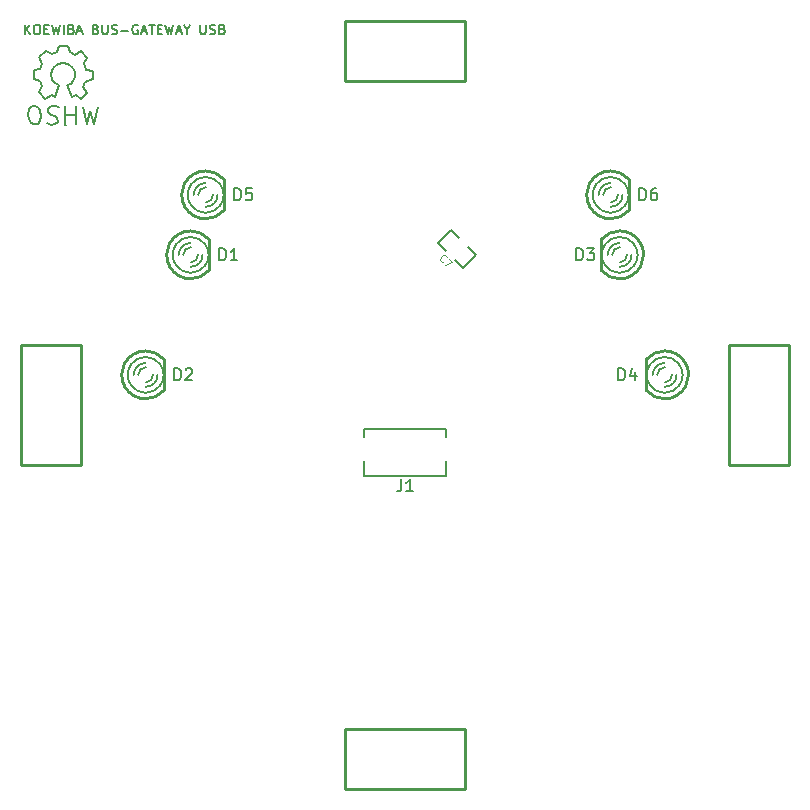
<source format=gbr>
G04 #@! TF.FileFunction,Legend,Top*
%FSLAX46Y46*%
G04 Gerber Fmt 4.6, Leading zero omitted, Abs format (unit mm)*
G04 Created by KiCad (PCBNEW (2015-08-30 BZR 6133)-product) date Sa 31 Okt 2015 12:30:55 CET*
%MOMM*%
G01*
G04 APERTURE LIST*
%ADD10C,0.100000*%
%ADD11C,0.150000*%
%ADD12C,0.254000*%
%ADD13C,0.152400*%
%ADD14C,0.127000*%
%ADD15C,0.101600*%
G04 APERTURE END LIST*
D10*
D11*
X64726905Y-68981905D02*
X64726905Y-68181905D01*
X65184048Y-68981905D02*
X64841191Y-68524762D01*
X65184048Y-68181905D02*
X64726905Y-68639048D01*
X65679286Y-68181905D02*
X65831667Y-68181905D01*
X65907858Y-68220000D01*
X65984048Y-68296190D01*
X66022143Y-68448571D01*
X66022143Y-68715238D01*
X65984048Y-68867619D01*
X65907858Y-68943810D01*
X65831667Y-68981905D01*
X65679286Y-68981905D01*
X65603096Y-68943810D01*
X65526905Y-68867619D01*
X65488810Y-68715238D01*
X65488810Y-68448571D01*
X65526905Y-68296190D01*
X65603096Y-68220000D01*
X65679286Y-68181905D01*
X66365000Y-68562857D02*
X66631667Y-68562857D01*
X66745953Y-68981905D02*
X66365000Y-68981905D01*
X66365000Y-68181905D01*
X66745953Y-68181905D01*
X67012620Y-68181905D02*
X67203096Y-68981905D01*
X67355477Y-68410476D01*
X67507858Y-68981905D01*
X67698334Y-68181905D01*
X68003096Y-68981905D02*
X68003096Y-68181905D01*
X68650715Y-68562857D02*
X68765001Y-68600952D01*
X68803096Y-68639048D01*
X68841191Y-68715238D01*
X68841191Y-68829524D01*
X68803096Y-68905714D01*
X68765001Y-68943810D01*
X68688810Y-68981905D01*
X68384048Y-68981905D01*
X68384048Y-68181905D01*
X68650715Y-68181905D01*
X68726905Y-68220000D01*
X68765001Y-68258095D01*
X68803096Y-68334286D01*
X68803096Y-68410476D01*
X68765001Y-68486667D01*
X68726905Y-68524762D01*
X68650715Y-68562857D01*
X68384048Y-68562857D01*
X69145953Y-68753333D02*
X69526905Y-68753333D01*
X69069762Y-68981905D02*
X69336429Y-68181905D01*
X69603096Y-68981905D01*
X70745953Y-68562857D02*
X70860239Y-68600952D01*
X70898334Y-68639048D01*
X70936429Y-68715238D01*
X70936429Y-68829524D01*
X70898334Y-68905714D01*
X70860239Y-68943810D01*
X70784048Y-68981905D01*
X70479286Y-68981905D01*
X70479286Y-68181905D01*
X70745953Y-68181905D01*
X70822143Y-68220000D01*
X70860239Y-68258095D01*
X70898334Y-68334286D01*
X70898334Y-68410476D01*
X70860239Y-68486667D01*
X70822143Y-68524762D01*
X70745953Y-68562857D01*
X70479286Y-68562857D01*
X71279286Y-68181905D02*
X71279286Y-68829524D01*
X71317381Y-68905714D01*
X71355477Y-68943810D01*
X71431667Y-68981905D01*
X71584048Y-68981905D01*
X71660239Y-68943810D01*
X71698334Y-68905714D01*
X71736429Y-68829524D01*
X71736429Y-68181905D01*
X72079286Y-68943810D02*
X72193572Y-68981905D01*
X72384048Y-68981905D01*
X72460238Y-68943810D01*
X72498334Y-68905714D01*
X72536429Y-68829524D01*
X72536429Y-68753333D01*
X72498334Y-68677143D01*
X72460238Y-68639048D01*
X72384048Y-68600952D01*
X72231667Y-68562857D01*
X72155476Y-68524762D01*
X72117381Y-68486667D01*
X72079286Y-68410476D01*
X72079286Y-68334286D01*
X72117381Y-68258095D01*
X72155476Y-68220000D01*
X72231667Y-68181905D01*
X72422143Y-68181905D01*
X72536429Y-68220000D01*
X72879286Y-68677143D02*
X73488810Y-68677143D01*
X74288810Y-68220000D02*
X74212619Y-68181905D01*
X74098334Y-68181905D01*
X73984048Y-68220000D01*
X73907857Y-68296190D01*
X73869762Y-68372381D01*
X73831667Y-68524762D01*
X73831667Y-68639048D01*
X73869762Y-68791429D01*
X73907857Y-68867619D01*
X73984048Y-68943810D01*
X74098334Y-68981905D01*
X74174524Y-68981905D01*
X74288810Y-68943810D01*
X74326905Y-68905714D01*
X74326905Y-68639048D01*
X74174524Y-68639048D01*
X74631667Y-68753333D02*
X75012619Y-68753333D01*
X74555476Y-68981905D02*
X74822143Y-68181905D01*
X75088810Y-68981905D01*
X75241190Y-68181905D02*
X75698333Y-68181905D01*
X75469762Y-68981905D02*
X75469762Y-68181905D01*
X75965000Y-68562857D02*
X76231667Y-68562857D01*
X76345953Y-68981905D02*
X75965000Y-68981905D01*
X75965000Y-68181905D01*
X76345953Y-68181905D01*
X76612620Y-68181905D02*
X76803096Y-68981905D01*
X76955477Y-68410476D01*
X77107858Y-68981905D01*
X77298334Y-68181905D01*
X77565001Y-68753333D02*
X77945953Y-68753333D01*
X77488810Y-68981905D02*
X77755477Y-68181905D01*
X78022144Y-68981905D01*
X78441191Y-68600952D02*
X78441191Y-68981905D01*
X78174524Y-68181905D02*
X78441191Y-68600952D01*
X78707858Y-68181905D01*
X79584048Y-68181905D02*
X79584048Y-68829524D01*
X79622143Y-68905714D01*
X79660239Y-68943810D01*
X79736429Y-68981905D01*
X79888810Y-68981905D01*
X79965001Y-68943810D01*
X80003096Y-68905714D01*
X80041191Y-68829524D01*
X80041191Y-68181905D01*
X80384048Y-68943810D02*
X80498334Y-68981905D01*
X80688810Y-68981905D01*
X80765000Y-68943810D01*
X80803096Y-68905714D01*
X80841191Y-68829524D01*
X80841191Y-68753333D01*
X80803096Y-68677143D01*
X80765000Y-68639048D01*
X80688810Y-68600952D01*
X80536429Y-68562857D01*
X80460238Y-68524762D01*
X80422143Y-68486667D01*
X80384048Y-68410476D01*
X80384048Y-68334286D01*
X80422143Y-68258095D01*
X80460238Y-68220000D01*
X80536429Y-68181905D01*
X80726905Y-68181905D01*
X80841191Y-68220000D01*
X81450715Y-68562857D02*
X81565001Y-68600952D01*
X81603096Y-68639048D01*
X81641191Y-68715238D01*
X81641191Y-68829524D01*
X81603096Y-68905714D01*
X81565001Y-68943810D01*
X81488810Y-68981905D01*
X81184048Y-68981905D01*
X81184048Y-68181905D01*
X81450715Y-68181905D01*
X81526905Y-68220000D01*
X81565001Y-68258095D01*
X81603096Y-68334286D01*
X81603096Y-68410476D01*
X81565001Y-68486667D01*
X81526905Y-68524762D01*
X81450715Y-68562857D01*
X81184048Y-68562857D01*
X69627780Y-75119860D02*
X69988460Y-76590520D01*
X69988460Y-76590520D02*
X70267860Y-75528800D01*
X70267860Y-75528800D02*
X70577740Y-76600680D01*
X70577740Y-76600680D02*
X70918100Y-75150340D01*
X68207920Y-75810740D02*
X68997860Y-75800580D01*
X68997860Y-75800580D02*
X69008020Y-75810740D01*
X69008020Y-75810740D02*
X69008020Y-75800580D01*
X69048660Y-75089380D02*
X69048660Y-76631160D01*
X68159660Y-75079220D02*
X68159660Y-76648940D01*
X68159660Y-76648940D02*
X68169820Y-76638780D01*
X67608480Y-75180820D02*
X67257960Y-75099540D01*
X67257960Y-75099540D02*
X66937920Y-75089380D01*
X66937920Y-75089380D02*
X66699160Y-75290040D01*
X66699160Y-75290040D02*
X66668680Y-75559280D01*
X66668680Y-75559280D02*
X66909980Y-75800580D01*
X66909980Y-75800580D02*
X67298600Y-75930120D01*
X67298600Y-75930120D02*
X67478940Y-76090140D01*
X67478940Y-76090140D02*
X67519580Y-76389860D01*
X67519580Y-76389860D02*
X67288440Y-76610840D01*
X67288440Y-76610840D02*
X66968400Y-76638780D01*
X66968400Y-76638780D02*
X66617880Y-76529560D01*
X65579020Y-75079220D02*
X65330100Y-75099540D01*
X65330100Y-75099540D02*
X65088800Y-75340840D01*
X65088800Y-75340840D02*
X64999900Y-75831060D01*
X64999900Y-75831060D02*
X65027840Y-76179040D01*
X65027840Y-76179040D02*
X65228500Y-76499080D01*
X65228500Y-76499080D02*
X65479960Y-76621000D01*
X65479960Y-76621000D02*
X65789840Y-76549880D01*
X65789840Y-76549880D02*
X66008280Y-76369540D01*
X66008280Y-76369540D02*
X66079400Y-75909800D01*
X66079400Y-75909800D02*
X66028600Y-75500860D01*
X66028600Y-75500860D02*
X65919380Y-75218920D01*
X65919380Y-75218920D02*
X65558700Y-75089380D01*
X66178460Y-73359640D02*
X65919380Y-73920980D01*
X65919380Y-73920980D02*
X66457860Y-74439140D01*
X66457860Y-74439140D02*
X66978560Y-74169900D01*
X66978560Y-74169900D02*
X67257960Y-74329920D01*
X68698140Y-74309600D02*
X69028340Y-74119100D01*
X69028340Y-74119100D02*
X69467760Y-74449300D01*
X69467760Y-74449300D02*
X69940200Y-73959080D01*
X69940200Y-73959080D02*
X69658260Y-73479020D01*
X69658260Y-73479020D02*
X69848760Y-73009120D01*
X69848760Y-73009120D02*
X70458360Y-72821160D01*
X70458360Y-72821160D02*
X70458360Y-72140440D01*
X70458360Y-72140440D02*
X69899560Y-72000740D01*
X69899560Y-72000740D02*
X69698900Y-71429240D01*
X69698900Y-71429240D02*
X69968140Y-70959340D01*
X69968140Y-70959340D02*
X69498240Y-70448800D01*
X69498240Y-70448800D02*
X68980080Y-70710420D01*
X68980080Y-70710420D02*
X68510180Y-70509760D01*
X68510180Y-70509760D02*
X68340000Y-69968740D01*
X68340000Y-69968740D02*
X67649120Y-69950960D01*
X67649120Y-69950960D02*
X67438300Y-70499600D01*
X67438300Y-70499600D02*
X67019200Y-70669780D01*
X67019200Y-70669780D02*
X66468020Y-70400540D01*
X66468020Y-70400540D02*
X65949860Y-70928860D01*
X65949860Y-70928860D02*
X66198780Y-71469880D01*
X66198780Y-71469880D02*
X66028600Y-71949940D01*
X66028600Y-71949940D02*
X65479960Y-72049000D01*
X65479960Y-72049000D02*
X65469800Y-72750040D01*
X65469800Y-72750040D02*
X66028600Y-72950700D01*
X66028600Y-72950700D02*
X66168300Y-73349480D01*
X68309520Y-73329160D02*
X68609240Y-73179300D01*
X68609240Y-73179300D02*
X68809900Y-72981180D01*
X68809900Y-72981180D02*
X68959760Y-72579860D01*
X68959760Y-72579860D02*
X68959760Y-72181080D01*
X68959760Y-72181080D02*
X68809900Y-71830560D01*
X68809900Y-71830560D02*
X68357780Y-71480040D01*
X68357780Y-71480040D02*
X67908200Y-71429240D01*
X67908200Y-71429240D02*
X67509420Y-71530840D01*
X67509420Y-71530840D02*
X67108100Y-71878820D01*
X67108100Y-71878820D02*
X66958240Y-72330940D01*
X66958240Y-72330940D02*
X67009040Y-72828780D01*
X67009040Y-72828780D02*
X67257960Y-73131040D01*
X67257960Y-73131040D02*
X67608480Y-73329160D01*
X67608480Y-73329160D02*
X67257960Y-74329920D01*
X68309520Y-73329160D02*
X68708300Y-74329920D01*
D12*
X80328800Y-88940000D02*
X80328800Y-86400000D01*
D13*
X77583136Y-86694473D02*
G75*
G03X77230000Y-87670000I1170864J-975527D01*
G01*
X77231889Y-87670469D02*
G75*
G03X77616080Y-88680920I1522111J469D01*
G01*
X80276147Y-87669966D02*
G75*
G03X79909700Y-86679400I-1522147J-34D01*
G01*
X79924864Y-88645527D02*
G75*
G03X80278000Y-87670000I-1170864J975527D01*
G01*
X79993166Y-86782845D02*
G75*
G03X78754000Y-86146000I-1239166J-887155D01*
G01*
X78753199Y-86146000D02*
G75*
G03X77534800Y-86755600I801J-1524000D01*
G01*
X78754442Y-89192206D02*
G75*
G03X79955420Y-88604720I-442J1522206D01*
G01*
X77551436Y-88606171D02*
G75*
G03X78754000Y-89194000I1202564J936171D01*
G01*
X78754000Y-87035000D02*
G75*
G03X78119000Y-87670000I0J-635000D01*
G01*
X78754000Y-86654000D02*
G75*
G03X77738000Y-87670000I0J-1016000D01*
G01*
X78754000Y-88305000D02*
G75*
G03X79389000Y-87670000I0J635000D01*
G01*
X78754000Y-88686000D02*
G75*
G03X79770000Y-87670000I0J1016000D01*
G01*
D12*
X80312880Y-86366574D02*
G75*
G03X78754000Y-85638000I-1558880J-1303426D01*
G01*
X78753025Y-85640540D02*
G75*
G03X76963300Y-86714960I975J-2029460D01*
G01*
X78756552Y-89699386D02*
G75*
G03X80303400Y-88980640I-2552J2029386D01*
G01*
X76990701Y-88679851D02*
G75*
G03X78754000Y-89702000I1763299J1009851D01*
G01*
X76964870Y-86706653D02*
G75*
G03X76722000Y-87670000I1789130J-963347D01*
G01*
X76723077Y-87670100D02*
G75*
G03X77024260Y-88734260I2030923J100D01*
G01*
X76518800Y-99100000D02*
X76518800Y-96560000D01*
D13*
X73773136Y-96854473D02*
G75*
G03X73420000Y-97830000I1170864J-975527D01*
G01*
X73421889Y-97830469D02*
G75*
G03X73806080Y-98840920I1522111J469D01*
G01*
X76466147Y-97829966D02*
G75*
G03X76099700Y-96839400I-1522147J-34D01*
G01*
X76114864Y-98805527D02*
G75*
G03X76468000Y-97830000I-1170864J975527D01*
G01*
X76183166Y-96942845D02*
G75*
G03X74944000Y-96306000I-1239166J-887155D01*
G01*
X74943199Y-96306000D02*
G75*
G03X73724800Y-96915600I801J-1524000D01*
G01*
X74944442Y-99352206D02*
G75*
G03X76145420Y-98764720I-442J1522206D01*
G01*
X73741436Y-98766171D02*
G75*
G03X74944000Y-99354000I1202564J936171D01*
G01*
X74944000Y-97195000D02*
G75*
G03X74309000Y-97830000I0J-635000D01*
G01*
X74944000Y-96814000D02*
G75*
G03X73928000Y-97830000I0J-1016000D01*
G01*
X74944000Y-98465000D02*
G75*
G03X75579000Y-97830000I0J635000D01*
G01*
X74944000Y-98846000D02*
G75*
G03X75960000Y-97830000I0J1016000D01*
G01*
D12*
X76502880Y-96526574D02*
G75*
G03X74944000Y-95798000I-1558880J-1303426D01*
G01*
X74943025Y-95800540D02*
G75*
G03X73153300Y-96874960I975J-2029460D01*
G01*
X74946552Y-99859386D02*
G75*
G03X76493400Y-99140640I-2552J2029386D01*
G01*
X73180701Y-98839851D02*
G75*
G03X74944000Y-99862000I1763299J1009851D01*
G01*
X73154870Y-96866653D02*
G75*
G03X72912000Y-97830000I1789130J-963347D01*
G01*
X72913077Y-97830100D02*
G75*
G03X73214260Y-98894260I2030923J100D01*
G01*
X113501200Y-86400000D02*
X113501200Y-88940000D01*
D13*
X116246864Y-88645527D02*
G75*
G03X116600000Y-87670000I-1170864J975527D01*
G01*
X116598111Y-87669531D02*
G75*
G03X116213920Y-86659080I-1522111J-469D01*
G01*
X113553853Y-87670034D02*
G75*
G03X113920300Y-88660600I1522147J34D01*
G01*
X113905136Y-86694473D02*
G75*
G03X113552000Y-87670000I1170864J-975527D01*
G01*
X113836834Y-88557155D02*
G75*
G03X115076000Y-89194000I1239166J887155D01*
G01*
X115076801Y-89194000D02*
G75*
G03X116295200Y-88584400I-801J1524000D01*
G01*
X115075558Y-86147794D02*
G75*
G03X113874580Y-86735280I442J-1522206D01*
G01*
X116278564Y-86733829D02*
G75*
G03X115076000Y-86146000I-1202564J-936171D01*
G01*
X115076000Y-88305000D02*
G75*
G03X115711000Y-87670000I0J635000D01*
G01*
X115076000Y-88686000D02*
G75*
G03X116092000Y-87670000I0J1016000D01*
G01*
X115076000Y-87035000D02*
G75*
G03X114441000Y-87670000I0J-635000D01*
G01*
X115076000Y-86654000D02*
G75*
G03X114060000Y-87670000I0J-1016000D01*
G01*
D12*
X113517120Y-88973426D02*
G75*
G03X115076000Y-89702000I1558880J1303426D01*
G01*
X115076975Y-89699460D02*
G75*
G03X116866700Y-88625040I-975J2029460D01*
G01*
X115073448Y-85640614D02*
G75*
G03X113526600Y-86359360I2552J-2029386D01*
G01*
X116839299Y-86660149D02*
G75*
G03X115076000Y-85638000I-1763299J-1009851D01*
G01*
X116865130Y-88633347D02*
G75*
G03X117108000Y-87670000I-1789130J963347D01*
G01*
X117106923Y-87669900D02*
G75*
G03X116805740Y-86605740I-2030923J-100D01*
G01*
X117311200Y-96560000D02*
X117311200Y-99100000D01*
D13*
X120056864Y-98805527D02*
G75*
G03X120410000Y-97830000I-1170864J975527D01*
G01*
X120408111Y-97829531D02*
G75*
G03X120023920Y-96819080I-1522111J-469D01*
G01*
X117363853Y-97830034D02*
G75*
G03X117730300Y-98820600I1522147J34D01*
G01*
X117715136Y-96854473D02*
G75*
G03X117362000Y-97830000I1170864J-975527D01*
G01*
X117646834Y-98717155D02*
G75*
G03X118886000Y-99354000I1239166J887155D01*
G01*
X118886801Y-99354000D02*
G75*
G03X120105200Y-98744400I-801J1524000D01*
G01*
X118885558Y-96307794D02*
G75*
G03X117684580Y-96895280I442J-1522206D01*
G01*
X120088564Y-96893829D02*
G75*
G03X118886000Y-96306000I-1202564J-936171D01*
G01*
X118886000Y-98465000D02*
G75*
G03X119521000Y-97830000I0J635000D01*
G01*
X118886000Y-98846000D02*
G75*
G03X119902000Y-97830000I0J1016000D01*
G01*
X118886000Y-97195000D02*
G75*
G03X118251000Y-97830000I0J-635000D01*
G01*
X118886000Y-96814000D02*
G75*
G03X117870000Y-97830000I0J-1016000D01*
G01*
D12*
X117327120Y-99133426D02*
G75*
G03X118886000Y-99862000I1558880J1303426D01*
G01*
X118886975Y-99859460D02*
G75*
G03X120676700Y-98785040I-975J2029460D01*
G01*
X118883448Y-95800614D02*
G75*
G03X117336600Y-96519360I2552J-2029386D01*
G01*
X120649299Y-96820149D02*
G75*
G03X118886000Y-95798000I-1763299J-1009851D01*
G01*
X120675130Y-98793347D02*
G75*
G03X120918000Y-97830000I-1789130J963347D01*
G01*
X120916923Y-97829900D02*
G75*
G03X120615740Y-96765740I-2030923J-100D01*
G01*
X81598800Y-83860000D02*
X81598800Y-81320000D01*
D13*
X78853136Y-81614473D02*
G75*
G03X78500000Y-82590000I1170864J-975527D01*
G01*
X78501889Y-82590469D02*
G75*
G03X78886080Y-83600920I1522111J469D01*
G01*
X81546147Y-82589966D02*
G75*
G03X81179700Y-81599400I-1522147J-34D01*
G01*
X81194864Y-83565527D02*
G75*
G03X81548000Y-82590000I-1170864J975527D01*
G01*
X81263166Y-81702845D02*
G75*
G03X80024000Y-81066000I-1239166J-887155D01*
G01*
X80023199Y-81066000D02*
G75*
G03X78804800Y-81675600I801J-1524000D01*
G01*
X80024442Y-84112206D02*
G75*
G03X81225420Y-83524720I-442J1522206D01*
G01*
X78821436Y-83526171D02*
G75*
G03X80024000Y-84114000I1202564J936171D01*
G01*
X80024000Y-81955000D02*
G75*
G03X79389000Y-82590000I0J-635000D01*
G01*
X80024000Y-81574000D02*
G75*
G03X79008000Y-82590000I0J-1016000D01*
G01*
X80024000Y-83225000D02*
G75*
G03X80659000Y-82590000I0J635000D01*
G01*
X80024000Y-83606000D02*
G75*
G03X81040000Y-82590000I0J1016000D01*
G01*
D12*
X81582880Y-81286574D02*
G75*
G03X80024000Y-80558000I-1558880J-1303426D01*
G01*
X80023025Y-80560540D02*
G75*
G03X78233300Y-81634960I975J-2029460D01*
G01*
X80026552Y-84619386D02*
G75*
G03X81573400Y-83900640I-2552J2029386D01*
G01*
X78260701Y-83599851D02*
G75*
G03X80024000Y-84622000I1763299J1009851D01*
G01*
X78234870Y-81626653D02*
G75*
G03X77992000Y-82590000I1789130J-963347D01*
G01*
X77993077Y-82590100D02*
G75*
G03X78294260Y-83654260I2030923J100D01*
G01*
X115888800Y-83860000D02*
X115888800Y-81320000D01*
D13*
X113143136Y-81614473D02*
G75*
G03X112790000Y-82590000I1170864J-975527D01*
G01*
X112791889Y-82590469D02*
G75*
G03X113176080Y-83600920I1522111J469D01*
G01*
X115836147Y-82589966D02*
G75*
G03X115469700Y-81599400I-1522147J-34D01*
G01*
X115484864Y-83565527D02*
G75*
G03X115838000Y-82590000I-1170864J975527D01*
G01*
X115553166Y-81702845D02*
G75*
G03X114314000Y-81066000I-1239166J-887155D01*
G01*
X114313199Y-81066000D02*
G75*
G03X113094800Y-81675600I801J-1524000D01*
G01*
X114314442Y-84112206D02*
G75*
G03X115515420Y-83524720I-442J1522206D01*
G01*
X113111436Y-83526171D02*
G75*
G03X114314000Y-84114000I1202564J936171D01*
G01*
X114314000Y-81955000D02*
G75*
G03X113679000Y-82590000I0J-635000D01*
G01*
X114314000Y-81574000D02*
G75*
G03X113298000Y-82590000I0J-1016000D01*
G01*
X114314000Y-83225000D02*
G75*
G03X114949000Y-82590000I0J635000D01*
G01*
X114314000Y-83606000D02*
G75*
G03X115330000Y-82590000I0J1016000D01*
G01*
D12*
X115872880Y-81286574D02*
G75*
G03X114314000Y-80558000I-1558880J-1303426D01*
G01*
X114313025Y-80560540D02*
G75*
G03X112523300Y-81634960I975J-2029460D01*
G01*
X114316552Y-84619386D02*
G75*
G03X115863400Y-83900640I-2552J2029386D01*
G01*
X112550701Y-83599851D02*
G75*
G03X114314000Y-84622000I1763299J1009851D01*
G01*
X112524870Y-81626653D02*
G75*
G03X112282000Y-82590000I1789130J-963347D01*
G01*
X112283077Y-82590100D02*
G75*
G03X112584260Y-83654260I2030923J100D01*
G01*
D11*
X100365000Y-102380000D02*
X100365000Y-103080000D01*
X93465000Y-102380000D02*
X93465000Y-103080000D01*
X100365000Y-106380000D02*
X100365000Y-105080000D01*
X100365000Y-106380000D02*
X93465000Y-106380000D01*
X93465000Y-106380000D02*
X93465000Y-105080000D01*
X93465000Y-102380000D02*
X100365000Y-102380000D01*
D12*
X91835000Y-72910000D02*
X91835000Y-67830000D01*
X91835000Y-67830000D02*
X101995000Y-67830000D01*
X101995000Y-67830000D02*
X101995000Y-72910000D01*
X101995000Y-72910000D02*
X91835000Y-72910000D01*
X64375000Y-95290000D02*
X69455000Y-95290000D01*
X69455000Y-95290000D02*
X69455000Y-105450000D01*
X69455000Y-105450000D02*
X64375000Y-105450000D01*
X64375000Y-105450000D02*
X64375000Y-95290000D01*
X124375000Y-95290000D02*
X129455000Y-95290000D01*
X129455000Y-95290000D02*
X129455000Y-105450000D01*
X129455000Y-105450000D02*
X124375000Y-105450000D01*
X124375000Y-105450000D02*
X124375000Y-95290000D01*
X91835000Y-132910000D02*
X91835000Y-127830000D01*
X91835000Y-127830000D02*
X101995000Y-127830000D01*
X101995000Y-127830000D02*
X101995000Y-132910000D01*
X101995000Y-132910000D02*
X91835000Y-132910000D01*
D14*
X102213026Y-86990395D02*
X102931446Y-87708815D01*
X102931446Y-87708815D02*
X101853815Y-88786446D01*
X101853815Y-88786446D02*
X101135395Y-88068026D01*
X100416974Y-87349605D02*
X99698554Y-86631185D01*
X99698554Y-86631185D02*
X100776185Y-85553554D01*
X100776185Y-85553554D02*
X101494605Y-86271974D01*
D11*
X81190905Y-88122381D02*
X81190905Y-87122381D01*
X81429000Y-87122381D01*
X81571858Y-87170000D01*
X81667096Y-87265238D01*
X81714715Y-87360476D01*
X81762334Y-87550952D01*
X81762334Y-87693810D01*
X81714715Y-87884286D01*
X81667096Y-87979524D01*
X81571858Y-88074762D01*
X81429000Y-88122381D01*
X81190905Y-88122381D01*
X82714715Y-88122381D02*
X82143286Y-88122381D01*
X82429000Y-88122381D02*
X82429000Y-87122381D01*
X82333762Y-87265238D01*
X82238524Y-87360476D01*
X82143286Y-87408095D01*
X77380905Y-98282381D02*
X77380905Y-97282381D01*
X77619000Y-97282381D01*
X77761858Y-97330000D01*
X77857096Y-97425238D01*
X77904715Y-97520476D01*
X77952334Y-97710952D01*
X77952334Y-97853810D01*
X77904715Y-98044286D01*
X77857096Y-98139524D01*
X77761858Y-98234762D01*
X77619000Y-98282381D01*
X77380905Y-98282381D01*
X78333286Y-97377619D02*
X78380905Y-97330000D01*
X78476143Y-97282381D01*
X78714239Y-97282381D01*
X78809477Y-97330000D01*
X78857096Y-97377619D01*
X78904715Y-97472857D01*
X78904715Y-97568095D01*
X78857096Y-97710952D01*
X78285667Y-98282381D01*
X78904715Y-98282381D01*
X111416905Y-88122381D02*
X111416905Y-87122381D01*
X111655000Y-87122381D01*
X111797858Y-87170000D01*
X111893096Y-87265238D01*
X111940715Y-87360476D01*
X111988334Y-87550952D01*
X111988334Y-87693810D01*
X111940715Y-87884286D01*
X111893096Y-87979524D01*
X111797858Y-88074762D01*
X111655000Y-88122381D01*
X111416905Y-88122381D01*
X112321667Y-87122381D02*
X112940715Y-87122381D01*
X112607381Y-87503333D01*
X112750239Y-87503333D01*
X112845477Y-87550952D01*
X112893096Y-87598571D01*
X112940715Y-87693810D01*
X112940715Y-87931905D01*
X112893096Y-88027143D01*
X112845477Y-88074762D01*
X112750239Y-88122381D01*
X112464524Y-88122381D01*
X112369286Y-88074762D01*
X112321667Y-88027143D01*
X114972905Y-98282381D02*
X114972905Y-97282381D01*
X115211000Y-97282381D01*
X115353858Y-97330000D01*
X115449096Y-97425238D01*
X115496715Y-97520476D01*
X115544334Y-97710952D01*
X115544334Y-97853810D01*
X115496715Y-98044286D01*
X115449096Y-98139524D01*
X115353858Y-98234762D01*
X115211000Y-98282381D01*
X114972905Y-98282381D01*
X116401477Y-97615714D02*
X116401477Y-98282381D01*
X116163381Y-97234762D02*
X115925286Y-97949048D01*
X116544334Y-97949048D01*
X82460905Y-83042381D02*
X82460905Y-82042381D01*
X82699000Y-82042381D01*
X82841858Y-82090000D01*
X82937096Y-82185238D01*
X82984715Y-82280476D01*
X83032334Y-82470952D01*
X83032334Y-82613810D01*
X82984715Y-82804286D01*
X82937096Y-82899524D01*
X82841858Y-82994762D01*
X82699000Y-83042381D01*
X82460905Y-83042381D01*
X83937096Y-82042381D02*
X83460905Y-82042381D01*
X83413286Y-82518571D01*
X83460905Y-82470952D01*
X83556143Y-82423333D01*
X83794239Y-82423333D01*
X83889477Y-82470952D01*
X83937096Y-82518571D01*
X83984715Y-82613810D01*
X83984715Y-82851905D01*
X83937096Y-82947143D01*
X83889477Y-82994762D01*
X83794239Y-83042381D01*
X83556143Y-83042381D01*
X83460905Y-82994762D01*
X83413286Y-82947143D01*
X116750905Y-83042381D02*
X116750905Y-82042381D01*
X116989000Y-82042381D01*
X117131858Y-82090000D01*
X117227096Y-82185238D01*
X117274715Y-82280476D01*
X117322334Y-82470952D01*
X117322334Y-82613810D01*
X117274715Y-82804286D01*
X117227096Y-82899524D01*
X117131858Y-82994762D01*
X116989000Y-83042381D01*
X116750905Y-83042381D01*
X118179477Y-82042381D02*
X117989000Y-82042381D01*
X117893762Y-82090000D01*
X117846143Y-82137619D01*
X117750905Y-82280476D01*
X117703286Y-82470952D01*
X117703286Y-82851905D01*
X117750905Y-82947143D01*
X117798524Y-82994762D01*
X117893762Y-83042381D01*
X118084239Y-83042381D01*
X118179477Y-82994762D01*
X118227096Y-82947143D01*
X118274715Y-82851905D01*
X118274715Y-82613810D01*
X118227096Y-82518571D01*
X118179477Y-82470952D01*
X118084239Y-82423333D01*
X117893762Y-82423333D01*
X117798524Y-82470952D01*
X117750905Y-82518571D01*
X117703286Y-82613810D01*
X96581667Y-106682381D02*
X96581667Y-107396667D01*
X96534047Y-107539524D01*
X96438809Y-107634762D01*
X96295952Y-107682381D01*
X96200714Y-107682381D01*
X97581667Y-107682381D02*
X97010238Y-107682381D01*
X97295952Y-107682381D02*
X97295952Y-106682381D01*
X97200714Y-106825238D01*
X97105476Y-106920476D01*
X97010238Y-106968095D01*
D15*
X100101384Y-88239934D02*
X100060330Y-88239934D01*
X99978225Y-88198880D01*
X99937173Y-88157828D01*
X99896120Y-88075724D01*
X99896120Y-87993618D01*
X99916646Y-87932040D01*
X99978225Y-87829407D01*
X100039804Y-87767829D01*
X100142436Y-87706250D01*
X100204015Y-87685723D01*
X100286120Y-87685724D01*
X100368225Y-87726776D01*
X100409278Y-87767828D01*
X100450330Y-87849934D01*
X100450330Y-87890987D01*
X100635068Y-87993618D02*
X100922436Y-88280986D01*
X100306647Y-88527302D01*
M02*

</source>
